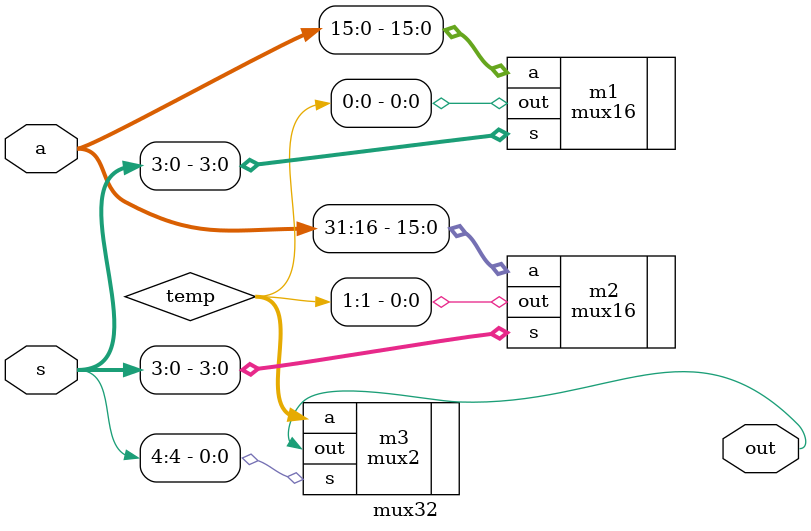
<source format=v>
module mux32 (
    input [31:0] a,
    input [4:0] s,
    output out
);
    wire [1:0] temp;

    mux16 m1(.a(a[15:0]), .s(s[3:0]), .out(temp[0]));
    mux16 m2(.a(a[31:16]), .s(s[3:0]), .out(temp[1]));
    mux2 m3(.a(temp), .s(s[4]), .out(out));
endmodule

</source>
